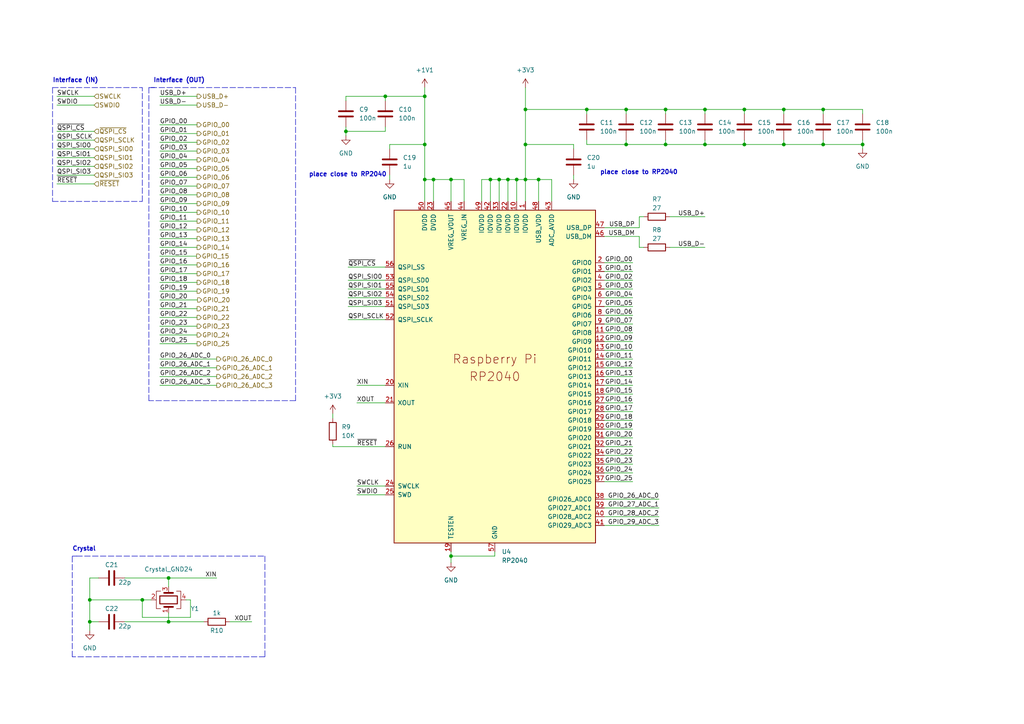
<source format=kicad_sch>
(kicad_sch (version 20211123) (generator eeschema)
  (paper "A4")
  (title_block (title "Pico Card") (date "2022-05-28") (rev "v1.0") (company "DIVA ENG"))
  (lib_symbols
    (symbol "Device:C" (pin_numbers hide) (pin_names (offset 0.254))
      (property "Reference" "C" (at 0.635 2.54 0))
      (property "Value" "C" (at 0.635 -2.54 0))
      (symbol "C_0_1"
        (polyline (pts (xy -2.032 -0.762) (xy 2.032 -0.762)) (stroke (width 0.508)))
        (polyline (pts (xy -2.032 0.762) (xy 2.032 0.762)) (stroke (width 0.508)))
      )
      (symbol "C_1_1"
        (pin passive line (at 0 3.81 270) (length 2.794) (name "~") (number "1"))
        (pin passive line (at 0 -3.81 90) (length 2.794) (name "~") (number "2"))
      )
    )
    (symbol "Device:Crystal_GND24" (pin_names (offset 1.016) hide)
      (property "Reference" "Y" (at 3.175 5.08 0))
      (property "Value" "Crystal_GND24" (at 3.175 3.175 0))
      (symbol "Crystal_GND24_0_1"
        (rectangle (start -1.143 2.54) (end 1.143 -2.54) (stroke (width 0.3048)))
        (polyline (pts (xy -2.54 0) (xy -2.032 0)))
        (polyline (pts (xy -2.032 -1.27) (xy -2.032 1.27)) (stroke (width 0.508)))
        (polyline (pts (xy 0 -3.81) (xy 0 -3.556)))
        (polyline (pts (xy 0 3.556) (xy 0 3.81)))
        (polyline (pts (xy 2.032 -1.27) (xy 2.032 1.27)) (stroke (width 0.508)))
        (polyline (pts (xy 2.032 0) (xy 2.54 0)))
        (polyline (pts (xy -2.54 -2.286) (xy -2.54 -3.556) (xy 2.54 -3.556) (xy 2.54 -2.286)))
        (polyline (pts (xy -2.54 2.286) (xy -2.54 3.556) (xy 2.54 3.556) (xy 2.54 2.286)))
      )
      (symbol "Crystal_GND24_1_1"
        (pin passive line (at -3.81 0 0) (length 1.27) (name "1") (number "1"))
        (pin passive line (at 0 5.08 270) (length 1.27) (name "2") (number "2"))
        (pin passive line (at 3.81 0 180) (length 1.27) (name "3") (number "3"))
        (pin passive line (at 0 -5.08 90) (length 1.27) (name "4") (number "4"))
      )
    )
    (symbol "Device:R" (pin_numbers hide) (pin_names (offset 0))
      (property "Reference" "R" (at 2.032 0 90))
      (property "Value" "R" (at 0 0 90))
      (symbol "R_0_1"
        (rectangle (start -1.016 -2.54) (end 1.016 2.54) (stroke (width 0.254)))
      )
      (symbol "R_1_1"
        (pin passive line (at 0 3.81 270) (length 1.27) (name "~") (number "1"))
        (pin passive line (at 0 -3.81 90) (length 1.27) (name "~") (number "2"))
      )
    )
    (symbol "Diva-Card:RP2040" (pin_names (offset 1.016))
      (property "Reference" "U" (at -29.21 49.53 0))
      (property "Value" "RP2040" (at 24.13 -49.53 0))
      (symbol "RP2040_0_0"
        (text "Raspberry Pi" (at 0 5.08 0) (effects (font (size 2.54 2.54))))
        (text "RP2040" (at 0 0 0) (effects (font (size 2.54 2.54))))
      )
      (symbol "RP2040_0_1"
        (rectangle (start 29.21 48.26) (end -29.21 -48.26) (stroke (width 0.254)) (fill (type background)))
      )
      (symbol "RP2040_1_1"
        (pin power_in line (at 8.89 50.8 270) (length 2.54) (name "IOVDD") (number "1"))
        (pin power_in line (at 6.35 50.8 270) (length 2.54) (name "IOVDD") (number "10"))
        (pin bidirectional line (at 31.75 12.7 180) (length 2.54) (name "GPIO8") (number "11"))
        (pin bidirectional line (at 31.75 10.16 180) (length 2.54) (name "GPIO9") (number "12"))
        (pin bidirectional line (at 31.75 7.62 180) (length 2.54) (name "GPIO10") (number "13"))
        (pin bidirectional line (at 31.75 5.08 180) (length 2.54) (name "GPIO11") (number "14"))
        (pin bidirectional line (at 31.75 2.54 180) (length 2.54) (name "GPIO12") (number "15"))
        (pin bidirectional line (at 31.75 0 180) (length 2.54) (name "GPIO13") (number "16"))
        (pin bidirectional line (at 31.75 -2.54 180) (length 2.54) (name "GPIO14") (number "17"))
        (pin bidirectional line (at 31.75 -5.08 180) (length 2.54) (name "GPIO15") (number "18"))
        (pin passive line (at -12.7 -50.8 90) (length 2.54) (name "TESTEN") (number "19"))
        (pin bidirectional line (at 31.75 33.02 180) (length 2.54) (name "GPIO0") (number "2"))
        (pin input line (at -31.75 -2.54 0) (length 2.54) (name "XIN") (number "20"))
        (pin passive line (at -31.75 -7.62 0) (length 2.54) (name "XOUT") (number "21"))
        (pin power_in line (at 3.81 50.8 270) (length 2.54) (name "IOVDD") (number "22"))
        (pin power_in line (at -17.78 50.8 270) (length 2.54) (name "DVDD") (number "23"))
        (pin output line (at -31.75 -31.75 0) (length 2.54) (name "SWCLK") (number "24"))
        (pin bidirectional line (at -31.75 -34.29 0) (length 2.54) (name "SWD") (number "25"))
        (pin input line (at -31.75 -20.32 0) (length 2.54) (name "RUN") (number "26"))
        (pin bidirectional line (at 31.75 -7.62 180) (length 2.54) (name "GPIO16") (number "27"))
        (pin bidirectional line (at 31.75 -10.16 180) (length 2.54) (name "GPIO17") (number "28"))
        (pin bidirectional line (at 31.75 -12.7 180) (length 2.54) (name "GPIO18") (number "29"))
        (pin bidirectional line (at 31.75 30.48 180) (length 2.54) (name "GPIO1") (number "3"))
        (pin bidirectional line (at 31.75 -15.24 180) (length 2.54) (name "GPIO19") (number "30"))
        (pin bidirectional line (at 31.75 -17.78 180) (length 2.54) (name "GPIO20") (number "31"))
        (pin bidirectional line (at 31.75 -20.32 180) (length 2.54) (name "GPIO21") (number "32"))
        (pin power_in line (at 1.27 50.8 270) (length 2.54) (name "IOVDD") (number "33"))
        (pin bidirectional line (at 31.75 -22.86 180) (length 2.54) (name "GPIO22") (number "34"))
        (pin bidirectional line (at 31.75 -25.4 180) (length 2.54) (name "GPIO23") (number "35"))
        (pin bidirectional line (at 31.75 -27.94 180) (length 2.54) (name "GPIO24") (number "36"))
        (pin bidirectional line (at 31.75 -30.48 180) (length 2.54) (name "GPIO25") (number "37"))
        (pin bidirectional line (at 31.75 -35.56 180) (length 2.54) (name "GPIO26_ADC0") (number "38"))
        (pin bidirectional line (at 31.75 -38.1 180) (length 2.54) (name "GPIO27_ADC1") (number "39"))
        (pin bidirectional line (at 31.75 27.94 180) (length 2.54) (name "GPIO2") (number "4"))
        (pin bidirectional line (at 31.75 -40.64 180) (length 2.54) (name "GPIO28_ADC2") (number "40"))
        (pin bidirectional line (at 31.75 -43.18 180) (length 2.54) (name "GPIO29_ADC3") (number "41"))
        (pin power_in line (at -1.27 50.8 270) (length 2.54) (name "IOVDD") (number "42"))
        (pin power_in line (at 16.51 50.8 270) (length 2.54) (name "ADC_AVDD") (number "43"))
        (pin power_in line (at -8.89 50.8 270) (length 2.54) (name "VREG_IN") (number "44"))
        (pin power_out line (at -12.7 50.8 270) (length 2.54) (name "VREG_VOUT") (number "45"))
        (pin bidirectional line (at 31.75 40.64 180) (length 2.54) (name "USB_DM") (number "46"))
        (pin bidirectional line (at 31.75 43.18 180) (length 2.54) (name "USB_DP") (number "47"))
        (pin power_in line (at 12.7 50.8 270) (length 2.54) (name "USB_VDD") (number "48"))
        (pin power_in line (at -3.81 50.8 270) (length 2.54) (name "IOVDD") (number "49"))
        (pin bidirectional line (at 31.75 25.4 180) (length 2.54) (name "GPIO3") (number "5"))
        (pin power_in line (at -20.32 50.8 270) (length 2.54) (name "DVDD") (number "50"))
        (pin bidirectional line (at -31.75 20.32 0) (length 2.54) (name "QSPI_SD3") (number "51"))
        (pin output line (at -31.75 16.51 0) (length 2.54) (name "QSPI_SCLK") (number "52"))
        (pin bidirectional line (at -31.75 27.94 0) (length 2.54) (name "QSPI_SD0") (number "53"))
        (pin bidirectional line (at -31.75 22.86 0) (length 2.54) (name "QSPI_SD2") (number "54"))
        (pin bidirectional line (at -31.75 25.4 0) (length 2.54) (name "QSPI_SD1") (number "55"))
        (pin bidirectional line (at -31.75 31.75 0) (length 2.54) (name "QSPI_SS") (number "56"))
        (pin power_in line (at 0 -50.8 90) (length 2.54) (name "GND") (number "57"))
        (pin bidirectional line (at 31.75 22.86 180) (length 2.54) (name "GPIO4") (number "6"))
        (pin bidirectional line (at 31.75 20.32 180) (length 2.54) (name "GPIO5") (number "7"))
        (pin bidirectional line (at 31.75 17.78 180) (length 2.54) (name "GPIO6") (number "8"))
        (pin bidirectional line (at 31.75 15.24 180) (length 2.54) (name "GPIO7") (number "9"))
      )
    )
    (symbol "power:+1V1" (power) (pin_names (offset 0))
      (property "Value" "+1V1" (at 0 3.556 0))
      (symbol "+1V1_0_1"
        (polyline (pts (xy -0.762 1.27) (xy 0 2.54)))
        (polyline (pts (xy 0 0) (xy 0 2.54)))
        (polyline (pts (xy 0 2.54) (xy 0.762 1.27)))
      )
      (symbol "+1V1_1_1"
        (pin power_in line (at 0 0 90) (length 0) hide (name "+1V1") (number "1"))
      )
    )
    (symbol "power:+3.3V" (power) (pin_names (offset 0))
      (property "Value" "+3.3V" (at 0 3.556 0))
      (symbol "+3.3V_0_1"
        (polyline (pts (xy -0.762 1.27) (xy 0 2.54)))
        (polyline (pts (xy 0 0) (xy 0 2.54)))
        (polyline (pts (xy 0 2.54) (xy 0.762 1.27)))
      )
      (symbol "+3.3V_1_1"
        (pin power_in line (at 0 0 90) (length 0) hide (name "+3V3") (number "1"))
      )
    )
    (symbol "power:GND" (power) (pin_names (offset 0))
      (property "Value" "GND" (at 0 -3.81 0))
      (symbol "GND_0_1"
        (polyline (pts (xy 0 0) (xy 0 -1.27) (xy 1.27 -1.27) (xy 0 -2.54) (xy -1.27 -1.27) (xy 0 -1.27)))
      )
      (symbol "GND_1_1"
        (pin power_in line (at 0 0 270) (length 0) hide (name "GND") (number "1"))
      )
    )
  )
  (junction (at 227.33 31.75))
  (junction (at 41.275 173.99))
  (junction (at 204.47 41.91))
  (junction (at 250.19 41.91))
  (junction (at 123.19 41.91))
  (junction (at 149.86 52.07))
  (junction (at 100.33 38.1))
  (junction (at 48.895 167.64))
  (junction (at 123.19 52.07))
  (junction (at 26.035 173.99))
  (junction (at 147.32 52.07))
  (junction (at 125.73 52.07))
  (junction (at 215.9 31.75))
  (junction (at 152.4 41.91))
  (junction (at 238.76 31.75))
  (junction (at 181.61 31.75))
  (junction (at 227.33 41.91))
  (junction (at 238.76 41.91))
  (junction (at 152.4 52.07))
  (junction (at 215.9 41.91))
  (junction (at 142.24 52.07))
  (junction (at 26.035 180.34))
  (junction (at 144.78 52.07))
  (junction (at 204.47 31.75))
  (junction (at 152.4 31.75))
  (junction (at 170.18 31.75))
  (junction (at 48.895 180.34))
  (junction (at 111.76 27.94))
  (junction (at 156.21 52.07))
  (junction (at 130.81 161.29))
  (junction (at 181.61 41.91))
  (junction (at 123.19 27.94))
  (junction (at 193.04 41.91))
  (junction (at 193.04 31.75))
  (junction (at 130.81 52.07))
  (wire (pts (xy 46.355 109.22) (xy 62.865 109.22)))
  (wire (pts (xy 111.76 83.82) (xy 100.965 83.82)))
  (wire (pts (xy 100.33 27.94) (xy 111.76 27.94)))
  (wire (pts (xy 27.305 43.18) (xy 16.51 43.18)))
  (wire (pts (xy 250.19 41.91) (xy 238.76 41.91)))
  (wire (pts (xy 183.515 83.82) (xy 175.26 83.82)))
  (wire (pts (xy 238.76 31.75) (xy 238.76 33.02)))
  (wire (pts (xy 227.33 40.64) (xy 227.33 41.91)))
  (wire (pts (xy 57.15 56.515) (xy 46.355 56.515)))
  (wire (pts (xy 250.19 33.02) (xy 250.19 31.75)))
  (wire (pts (xy 16.51 30.48) (xy 27.305 30.48)))
  (wire (pts (xy 123.19 41.91) (xy 123.19 52.07)))
  (wire (pts (xy 113.03 41.91) (xy 123.19 41.91)))
  (wire (pts (xy 27.305 40.64) (xy 16.51 40.64)))
  (wire (pts (xy 123.19 27.94) (xy 123.19 25.4)))
  (wire (pts (xy 134.62 52.07) (xy 134.62 58.42)))
  (wire (pts (xy 191.135 147.32) (xy 175.26 147.32)))
  (wire (pts (xy 152.4 31.75) (xy 170.18 31.75)))
  (wire (pts (xy 183.515 76.2) (xy 175.26 76.2)))
  (wire (pts (xy 183.515 109.22) (xy 175.26 109.22)))
  (wire (pts (xy 96.52 129.54) (xy 111.76 129.54)))
  (wire (pts (xy 36.195 167.64) (xy 48.895 167.64)))
  (polyline (pts (xy 22.225 161.29) (xy 76.835 161.29)))
  (wire (pts (xy 181.61 31.75) (xy 181.61 33.02)))
  (wire (pts (xy 215.9 40.64) (xy 215.9 41.91)))
  (wire (pts (xy 46.355 104.14) (xy 62.865 104.14)))
  (wire (pts (xy 183.515 91.44) (xy 175.26 91.44)))
  (wire (pts (xy 111.76 140.97) (xy 103.505 140.97)))
  (wire (pts (xy 183.515 124.46) (xy 175.26 124.46)))
  (wire (pts (xy 130.81 52.07) (xy 134.62 52.07)))
  (wire (pts (xy 57.15 89.535) (xy 46.355 89.535)))
  (wire (pts (xy 103.505 111.76) (xy 111.76 111.76)))
  (wire (pts (xy 36.195 180.34) (xy 48.895 180.34)))
  (wire (pts (xy 46.355 106.68) (xy 62.865 106.68)))
  (wire (pts (xy 238.76 31.75) (xy 250.19 31.75)))
  (wire (pts (xy 170.18 31.75) (xy 181.61 31.75)))
  (wire (pts (xy 215.9 31.75) (xy 227.33 31.75)))
  (wire (pts (xy 26.035 180.34) (xy 28.575 180.34)))
  (wire (pts (xy 57.15 64.135) (xy 46.355 64.135)))
  (wire (pts (xy 57.15 27.94) (xy 46.355 27.94)))
  (wire (pts (xy 183.515 96.52) (xy 175.26 96.52)))
  (wire (pts (xy 191.135 152.4) (xy 175.26 152.4)))
  (wire (pts (xy 215.9 31.75) (xy 215.9 33.02)))
  (wire (pts (xy 238.76 40.64) (xy 238.76 41.91)))
  (wire (pts (xy 204.47 31.75) (xy 215.9 31.75)))
  (wire (pts (xy 96.52 128.905) (xy 96.52 129.54)))
  (wire (pts (xy 183.515 86.36) (xy 175.26 86.36)))
  (wire (pts (xy 48.895 167.64) (xy 62.865 167.64)))
  (wire (pts (xy 142.24 52.07) (xy 142.24 58.42)))
  (wire (pts (xy 96.52 120.015) (xy 96.52 121.285)))
  (wire (pts (xy 183.515 88.9) (xy 175.26 88.9)))
  (wire (pts (xy 125.73 52.07) (xy 130.81 52.07)))
  (wire (pts (xy 111.76 81.28) (xy 100.965 81.28)))
  (wire (pts (xy 111.76 27.94) (xy 111.76 29.21)))
  (wire (pts (xy 57.15 79.375) (xy 46.355 79.375)))
  (wire (pts (xy 57.15 46.355) (xy 46.355 46.355)))
  (wire (pts (xy 183.515 81.28) (xy 175.26 81.28)))
  (wire (pts (xy 204.47 40.64) (xy 204.47 41.91)))
  (wire (pts (xy 183.515 137.16) (xy 175.26 137.16)))
  (wire (pts (xy 181.61 41.91) (xy 170.18 41.91)))
  (wire (pts (xy 111.76 36.83) (xy 111.76 38.1)))
  (wire (pts (xy 183.515 111.76) (xy 175.26 111.76)))
  (wire (pts (xy 41.275 173.99) (xy 41.275 179.07)))
  (wire (pts (xy 160.02 58.42) (xy 160.02 52.07)))
  (wire (pts (xy 113.03 50.8) (xy 113.03 52.07)))
  (wire (pts (xy 57.15 30.48) (xy 46.355 30.48)))
  (wire (pts (xy 111.76 27.94) (xy 123.19 27.94)))
  (wire (pts (xy 57.15 51.435) (xy 46.355 51.435)))
  (wire (pts (xy 139.7 58.42) (xy 139.7 52.07)))
  (wire (pts (xy 183.515 93.98) (xy 175.26 93.98)))
  (wire (pts (xy 66.675 180.34) (xy 73.025 180.34)))
  (wire (pts (xy 26.035 180.34) (xy 26.035 182.88)))
  (wire (pts (xy 185.42 66.04) (xy 185.42 62.865)))
  (wire (pts (xy 48.895 167.64) (xy 48.895 170.18)))
  (wire (pts (xy 227.33 31.75) (xy 227.33 33.02)))
  (wire (pts (xy 183.515 99.06) (xy 175.26 99.06)))
  (wire (pts (xy 100.33 38.1) (xy 100.33 39.37)))
  (wire (pts (xy 170.18 41.91) (xy 170.18 40.64)))
  (wire (pts (xy 26.035 173.99) (xy 26.035 180.34)))
  (wire (pts (xy 204.47 31.75) (xy 204.47 33.02)))
  (polyline (pts (xy 15.24 25.4) (xy 41.275 25.4)))
  (wire (pts (xy 48.895 180.34) (xy 59.055 180.34)))
  (polyline (pts (xy 41.275 58.42) (xy 41.275 25.4)))
  (wire (pts (xy 57.15 76.835) (xy 46.355 76.835)))
  (wire (pts (xy 57.15 48.895) (xy 46.355 48.895)))
  (wire (pts (xy 160.02 52.07) (xy 156.21 52.07)))
  (wire (pts (xy 170.18 33.02) (xy 170.18 31.75)))
  (wire (pts (xy 152.4 52.07) (xy 152.4 58.42)))
  (wire (pts (xy 46.355 66.675) (xy 57.15 66.675)))
  (polyline (pts (xy 43.18 116.205) (xy 43.18 25.4)))
  (wire (pts (xy 152.4 31.75) (xy 152.4 25.4)))
  (wire (pts (xy 227.33 31.75) (xy 238.76 31.75)))
  (wire (pts (xy 130.81 161.29) (xy 130.81 163.195)))
  (wire (pts (xy 183.515 106.68) (xy 175.26 106.68)))
  (wire (pts (xy 27.305 38.1) (xy 16.51 38.1)))
  (wire (pts (xy 100.33 29.21) (xy 100.33 27.94)))
  (wire (pts (xy 183.515 116.84) (xy 175.26 116.84)))
  (wire (pts (xy 175.26 68.58) (xy 185.42 68.58)))
  (wire (pts (xy 125.73 52.07) (xy 125.73 58.42)))
  (wire (pts (xy 57.15 36.195) (xy 46.355 36.195)))
  (wire (pts (xy 183.515 104.14) (xy 175.26 104.14)))
  (wire (pts (xy 185.42 71.755) (xy 186.69 71.755)))
  (wire (pts (xy 183.515 78.74) (xy 175.26 78.74)))
  (wire (pts (xy 143.51 161.29) (xy 130.81 161.29)))
  (polyline (pts (xy 43.18 25.4) (xy 45.085 25.4)))
  (wire (pts (xy 183.515 134.62) (xy 175.26 134.62)))
  (wire (pts (xy 191.135 144.78) (xy 175.26 144.78)))
  (wire (pts (xy 57.15 69.215) (xy 46.355 69.215)))
  (wire (pts (xy 152.4 52.07) (xy 152.4 41.91)))
  (wire (pts (xy 238.76 41.91) (xy 227.33 41.91)))
  (wire (pts (xy 181.61 31.75) (xy 193.04 31.75)))
  (wire (pts (xy 100.33 36.83) (xy 100.33 38.1)))
  (wire (pts (xy 193.04 40.64) (xy 193.04 41.91)))
  (wire (pts (xy 57.15 43.815) (xy 46.355 43.815)))
  (wire (pts (xy 41.275 173.99) (xy 43.815 173.99)))
  (wire (pts (xy 27.305 48.26) (xy 16.51 48.26)))
  (wire (pts (xy 16.51 53.34) (xy 27.305 53.34)))
  (wire (pts (xy 183.515 127) (xy 175.26 127)))
  (wire (pts (xy 130.81 58.42) (xy 130.81 52.07)))
  (wire (pts (xy 111.76 143.51) (xy 103.505 143.51)))
  (wire (pts (xy 111.76 38.1) (xy 100.33 38.1)))
  (wire (pts (xy 57.15 61.595) (xy 46.355 61.595)))
  (wire (pts (xy 57.15 94.615) (xy 46.355 94.615)))
  (wire (pts (xy 103.505 116.84) (xy 111.76 116.84)))
  (wire (pts (xy 175.26 66.04) (xy 185.42 66.04)))
  (wire (pts (xy 28.575 167.64) (xy 26.035 167.64)))
  (wire (pts (xy 142.24 52.07) (xy 144.78 52.07)))
  (wire (pts (xy 143.51 160.02) (xy 143.51 161.29)))
  (wire (pts (xy 183.515 119.38) (xy 175.26 119.38)))
  (wire (pts (xy 204.47 41.91) (xy 193.04 41.91)))
  (wire (pts (xy 191.135 149.86) (xy 175.26 149.86)))
  (polyline (pts (xy 43.815 25.4) (xy 85.725 25.4)))
  (polyline (pts (xy 15.24 25.4) (xy 15.24 58.42)))
  (wire (pts (xy 149.86 52.07) (xy 149.86 58.42)))
  (polyline (pts (xy 85.725 25.4) (xy 85.725 116.205)))
  (wire (pts (xy 46.355 86.995) (xy 57.277 86.995)))
  (wire (pts (xy 193.04 31.75) (xy 204.47 31.75)))
  (wire (pts (xy 57.15 81.915) (xy 46.355 81.915)))
  (wire (pts (xy 139.7 52.07) (xy 142.24 52.07)))
  (wire (pts (xy 16.51 27.94) (xy 27.305 27.94)))
  (polyline (pts (xy 76.835 161.29) (xy 76.835 190.5)))
  (wire (pts (xy 149.86 52.07) (xy 152.4 52.07)))
  (wire (pts (xy 57.15 92.075) (xy 46.355 92.075)))
  (wire (pts (xy 57.15 97.155) (xy 46.355 97.155)))
  (wire (pts (xy 57.15 84.455) (xy 46.355 84.455)))
  (wire (pts (xy 183.515 101.6) (xy 175.26 101.6)))
  (wire (pts (xy 183.515 114.3) (xy 175.26 114.3)))
  (wire (pts (xy 227.33 41.91) (xy 215.9 41.91)))
  (wire (pts (xy 194.31 62.865) (xy 204.47 62.865)))
  (wire (pts (xy 27.305 45.72) (xy 16.51 45.72)))
  (wire (pts (xy 27.305 50.8) (xy 16.51 50.8)))
  (wire (pts (xy 183.515 139.7) (xy 175.26 139.7)))
  (wire (pts (xy 193.04 31.75) (xy 193.04 33.02)))
  (wire (pts (xy 26.035 167.64) (xy 26.035 173.99)))
  (wire (pts (xy 147.32 52.07) (xy 149.86 52.07)))
  (wire (pts (xy 55.245 173.99) (xy 55.245 179.07)))
  (polyline (pts (xy 20.955 190.5) (xy 20.955 161.29)))
  (wire (pts (xy 166.37 41.91) (xy 152.4 41.91)))
  (wire (pts (xy 123.19 27.94) (xy 123.19 41.91)))
  (polyline (pts (xy 76.835 190.5) (xy 20.955 190.5)))
  (wire (pts (xy 185.42 62.865) (xy 186.69 62.865)))
  (wire (pts (xy 250.19 41.91) (xy 250.19 43.18)))
  (wire (pts (xy 111.76 77.47) (xy 100.965 77.47)))
  (wire (pts (xy 123.19 52.07) (xy 123.19 58.42)))
  (wire (pts (xy 57.15 59.055) (xy 46.355 59.055)))
  (polyline (pts (xy 15.24 58.42) (xy 41.275 58.42)))
  (wire (pts (xy 48.895 177.8) (xy 48.895 180.34)))
  (wire (pts (xy 183.515 121.92) (xy 175.26 121.92)))
  (wire (pts (xy 46.355 99.695) (xy 57.15 99.695)))
  (wire (pts (xy 183.515 132.08) (xy 175.26 132.08)))
  (wire (pts (xy 181.61 40.64) (xy 181.61 41.91)))
  (wire (pts (xy 113.03 43.18) (xy 113.03 41.91)))
  (wire (pts (xy 130.81 160.02) (xy 130.81 161.29)))
  (wire (pts (xy 55.245 179.07) (xy 41.275 179.07)))
  (wire (pts (xy 183.515 129.54) (xy 175.26 129.54)))
  (wire (pts (xy 166.37 50.8) (xy 166.37 52.07)))
  (wire (pts (xy 123.19 52.07) (xy 125.73 52.07)))
  (wire (pts (xy 215.9 41.91) (xy 204.47 41.91)))
  (wire (pts (xy 193.04 41.91) (xy 181.61 41.91)))
  (wire (pts (xy 144.78 52.07) (xy 147.32 52.07)))
  (wire (pts (xy 57.15 71.755) (xy 46.355 71.755)))
  (wire (pts (xy 55.245 173.99) (xy 53.975 173.99)))
  (wire (pts (xy 166.37 41.91) (xy 166.37 43.18)))
  (wire (pts (xy 111.76 92.71) (xy 100.965 92.71)))
  (wire (pts (xy 144.78 52.07) (xy 144.78 58.42)))
  (wire (pts (xy 185.42 68.58) (xy 185.42 71.755)))
  (wire (pts (xy 250.19 40.64) (xy 250.19 41.91)))
  (wire (pts (xy 152.4 31.75) (xy 152.4 41.91)))
  (wire (pts (xy 111.76 88.9) (xy 100.965 88.9)))
  (wire (pts (xy 26.035 173.99) (xy 41.275 173.99)))
  (wire (pts (xy 57.15 41.275) (xy 46.355 41.275)))
  (wire (pts (xy 147.32 52.07) (xy 147.32 58.42)))
  (wire (pts (xy 46.355 74.295) (xy 57.023 74.295)))
  (polyline (pts (xy 85.725 116.205) (xy 43.18 116.205)))
  (polyline (pts (xy 20.955 161.29) (xy 22.225 161.29)))
  (wire (pts (xy 46.355 111.76) (xy 62.865 111.76)))
  (wire (pts (xy 111.76 86.36) (xy 100.965 86.36)))
  (wire (pts (xy 57.15 38.735) (xy 46.355 38.735)))
  (wire (pts (xy 57.15 53.975) (xy 46.355 53.975)))
  (wire (pts (xy 156.21 58.42) (xy 156.21 52.07)))
  (wire (pts (xy 156.21 52.07) (xy 152.4 52.07)))
  (wire (pts (xy 194.31 71.755) (xy 204.47 71.755)))
  (text "Interface (OUT)" (at 44.45 24.13 0) (effects (font (size 1.27 1.27) (thickness 0.254) bold) (justify left bottom)))
  (text "place close to RP2040" (at 89.535 51.435 0) (effects (font (size 1.27 1.27) bold) (justify left bottom)))
  (text "place close to RP2040" (at 173.99 50.8 0) (effects (font (size 1.27 1.27) bold) (justify left bottom)))
  (text "Crystal" (at 20.955 160.02 0) (effects (font (size 1.27 1.27) bold) (justify left bottom)))
  (text "Interface (IN)" (at 15.24 24.13 0) (effects (font (size 1.27 1.27) (thickness 0.254) bold) (justify left bottom)))
  (label "GPIO_16" (at 46.355 76.835 0))
  (label "GPIO_04" (at 46.355 46.355 0))
  (label "GPIO_09" (at 183.515 99.06 180))
  (label "GPIO_26_ADC_3" (at 46.355 111.76 0))
  (label "GPIO_23" (at 183.515 134.62 180))
  (label "QSPI_SIO1" (at 100.965 83.82 0))
  (label "GPIO_28_ADC_2" (at 191.135 149.86 180))
  (label "QSPI_SIO1" (at 16.51 45.72 0))
  (label "GPIO_24" (at 46.355 97.155 0))
  (label "GPIO_10" (at 183.515 101.6 180))
  (label "USB_DM" (at 184.15 68.58 180))
  (label "GPIO_00" (at 46.355 36.195 0))
  (label "XOUT" (at 103.505 116.84 0))
  (label "GPIO_09" (at 46.355 59.055 0))
  (label "GPIO_05" (at 183.515 88.9 180))
  (label "GPIO_03" (at 183.515 83.82 180))
  (label "GPIO_11" (at 183.515 104.14 180))
  (label "SWDIO" (at 103.505 143.51 0))
  (label "GPIO_25" (at 46.355 99.695 0))
  (label "GPIO_10" (at 46.355 61.595 0))
  (label "GPIO_17" (at 183.515 119.38 180))
  (label "GPIO_12" (at 183.515 106.68 180))
  (label "GPIO_22" (at 183.515 132.08 180))
  (label "GPIO_01" (at 46.355 38.735 0))
  (label "XIN" (at 62.865 167.64 180))
  (label "XOUT" (at 73.025 180.34 180))
  (label "QSPI_SCLK" (at 16.51 40.64 0))
  (label "GPIO_06" (at 183.515 91.44 180))
  (label "GPIO_11" (at 46.355 64.135 0))
  (label "GPIO_26_ADC_1" (at 46.355 106.68 0))
  (label "GPIO_13" (at 183.515 109.22 180))
  (label "GPIO_26_ADC_0" (at 46.355 104.14 0))
  (label "GPIO_14" (at 46.355 71.755 0))
  (label "GPIO_26_ADC_2" (at 46.355 109.22 0))
  (label "GPIO_17" (at 46.355 79.375 0))
  (label "GPIO_29_ADC_3" (at 191.135 152.4 180))
  (label "QSPI_SIO0" (at 16.51 43.18 0))
  (label "GPIO_07" (at 183.515 93.98 180))
  (label "GPIO_21" (at 46.355 89.535 0))
  (label "~{RESET}" (at 16.51 53.34 0))
  (label "GPIO_21" (at 183.515 129.54 180))
  (label "GPIO_02" (at 183.515 81.28 180))
  (label "SWDIO" (at 16.51 30.48 0))
  (label "GPIO_18" (at 46.355 81.915 0))
  (label "GPIO_26_ADC_0" (at 191.135 144.78 180))
  (label "GPIO_00" (at 183.515 76.2 180))
  (label "GPIO_13" (at 46.355 69.215 0))
  (label "~{QSPI_CS}" (at 100.965 77.47 0))
  (label "GPIO_02" (at 46.355 41.275 0))
  (label "GPIO_07" (at 46.355 53.975 0))
  (label "GPIO_22" (at 46.355 92.075 0))
  (label "GPIO_06" (at 46.355 51.435 0))
  (label "GPIO_25" (at 183.515 139.7 180))
  (label "GPIO_14" (at 183.515 111.76 180))
  (label "GPIO_04" (at 183.515 86.36 180))
  (label "GPIO_20" (at 46.355 86.995 0))
  (label "GPIO_19" (at 46.355 84.455 0))
  (label "~{RESET}" (at 103.505 129.54 0))
  (label "GPIO_24" (at 183.515 137.16 180))
  (label "QSPI_SIO2" (at 16.51 48.26 0))
  (label "~{QSPI_CS}" (at 16.51 38.1 0))
  (label "USB_D+" (at 46.355 27.94 0))
  (label "USB_DP" (at 184.15 66.04 180))
  (label "GPIO_18" (at 183.515 121.92 180))
  (label "QSPI_SIO3" (at 100.965 88.9 0))
  (label "XIN" (at 103.505 111.76 0))
  (label "SWCLK" (at 16.51 27.94 0))
  (label "QSPI_SIO3" (at 16.51 50.8 0))
  (label "QSPI_SCLK" (at 100.965 92.71 0))
  (label "GPIO_20" (at 183.515 127 180))
  (label "GPIO_15" (at 46.355 74.295 0))
  (label "USB_D-" (at 46.355 30.48 0))
  (label "GPIO_03" (at 46.355 43.815 0))
  (label "GPIO_16" (at 183.515 116.84 180))
  (label "GPIO_08" (at 183.515 96.52 180))
  (label "SWCLK" (at 103.505 140.97 0))
  (label "GPIO_15" (at 183.515 114.3 180))
  (label "USB_D+" (at 204.47 62.865 180))
  (label "QSPI_SIO2" (at 100.965 86.36 0))
  (label "GPIO_12" (at 46.355 66.675 0))
  (label "GPIO_01" (at 183.515 78.74 180))
  (label "GPIO_08" (at 46.355 56.515 0))
  (label "GPIO_05" (at 46.355 48.895 0))
  (label "QSPI_SIO0" (at 100.965 81.28 0))
  (label "GPIO_23" (at 46.355 94.615 0))
  (label "GPIO_19" (at 183.515 124.46 180))
  (label "GPIO_27_ADC_1" (at 191.135 147.32 180))
  (label "USB_D-" (at 204.47 71.755 180))
  (hierarchical_label "GPIO_02" (shape output) (at 57.15 41.275 0))
  (hierarchical_label "USB_D+" (shape output) (at 57.15 27.94 0))
  (hierarchical_label "GPIO_04" (shape output) (at 57.15 46.355 0))
  (hierarchical_label "GPIO_17" (shape output) (at 57.15 79.375 0))
  (hierarchical_label "GPIO_22" (shape output) (at 57.15 92.075 0))
  (hierarchical_label "GPIO_00" (shape output) (at 57.15 36.195 0))
  (hierarchical_label "GPIO_14" (shape output) (at 57.15 71.755 0))
  (hierarchical_label "GPIO_19" (shape output) (at 57.15 84.455 0))
  (hierarchical_label "QSPI_SCLK" (shape input) (at 27.305 40.64 0))
  (hierarchical_label "GPIO_13" (shape output) (at 57.15 69.215 0))
  (hierarchical_label "GPIO_24" (shape output) (at 57.15 97.155 0))
  (hierarchical_label "SWDIO" (shape input) (at 27.305 30.48 0))
  (hierarchical_label "GPIO_03" (shape output) (at 57.15 43.815 0))
  (hierarchical_label "GPIO_07" (shape output) (at 57.15 53.975 0))
  (hierarchical_label "GPIO_23" (shape output) (at 57.15 94.615 0))
  (hierarchical_label "GPIO_16" (shape output) (at 57.15 76.835 0))
  (hierarchical_label "GPIO_15" (shape output) (at 57.023 74.295 0))
  (hierarchical_label "GPIO_01" (shape output) (at 57.15 38.735 0))
  (hierarchical_label "GPIO_06" (shape output) (at 57.15 51.435 0))
  (hierarchical_label "USB_D-" (shape output) (at 57.15 30.48 0))
  (hierarchical_label "GPIO_21" (shape output) (at 57.15 89.535 0))
  (hierarchical_label "GPIO_10" (shape output) (at 57.15 61.595 0))
  (hierarchical_label "GPIO_18" (shape output) (at 57.15 81.915 0))
  (hierarchical_label "~{QSPI_CS}" (shape input) (at 27.305 38.1 0))
  (hierarchical_label "QSPI_SIO1" (shape input) (at 27.305 45.72 0))
  (hierarchical_label "GPIO_26_ADC_0" (shape output) (at 62.865 104.14 0))
  (hierarchical_label "~{RESET}" (shape input) (at 27.305 53.34 0))
  (hierarchical_label "SWCLK" (shape input) (at 27.305 27.94 0))
  (hierarchical_label "GPIO_09" (shape output) (at 57.15 59.055 0))
  (hierarchical_label "QSPI_SIO2" (shape input) (at 27.305 48.26 0))
  (hierarchical_label "GPIO_08" (shape output) (at 57.15 56.515 0))
  (hierarchical_label "GPIO_12" (shape output) (at 57.15 66.675 0))
  (hierarchical_label "GPIO_25" (shape output) (at 57.15 99.695 0))
  (hierarchical_label "GPIO_26_ADC_2" (shape output) (at 62.865 109.22 0))
  (hierarchical_label "QSPI_SIO0" (shape input) (at 27.305 43.18 0))
  (hierarchical_label "GPIO_11" (shape output) (at 57.15 64.135 0))
  (hierarchical_label "GPIO_20" (shape output) (at 57.277 86.995 0))
  (hierarchical_label "GPIO_05" (shape output) (at 57.15 48.895 0))
  (hierarchical_label "GPIO_26_ADC_1" (shape output) (at 62.865 106.68 0))
  (hierarchical_label "QSPI_SIO3" (shape input) (at 27.305 50.8 0))
  (hierarchical_label "GPIO_26_ADC_3" (shape output) (at 62.865 111.76 0))
  (symbol (lib_id "power:GND") (at 113.03 52.07 0) (unit 1)
    (property "Reference" "#PWR071" (effects hide))
    (property "Value" "GND" (at 113.03 57.15 0))
  )
  (symbol (lib_id "Device:C") (at 227.33 36.83 0) (unit 1)
    (property "Reference" "C16" (at 231.14 35.5599 0) (effects (justify left)))
    (property "Value" "100n" (at 231.14 38.0999 0) (effects (justify left)))
    (property "Footprint" "Capacitor_SMD:C_0402_1005Metric" (effects hide))
  )
  (symbol (lib_id "Device:C") (at 166.37 46.99 0) (unit 1)
    (property "Reference" "C20" (at 170.18 45.7199 0) (effects (justify left)))
    (property "Value" "1u" (at 170.18 48.2599 0) (effects (justify left)))
    (property "Footprint" "Capacitor_SMD:C_0402_1005Metric" (effects hide))
  )
  (symbol (lib_id "Device:C") (at 238.76 36.83 0) (unit 1)
    (property "Reference" "C17" (at 242.57 35.5599 0) (effects (justify left)))
    (property "Value" "100n" (at 242.57 38.0999 0) (effects (justify left)))
    (property "Footprint" "Capacitor_SMD:C_0402_1005Metric" (effects hide))
  )
  (symbol (lib_id "power:+3.3V") (at 96.52 120.015 0) (mirror y) (unit 1)
    (property "Reference" "#PWR073" (effects hide))
    (property "Value" "+3.3V" (at 96.52 114.935 0))
  )
  (symbol (lib_id "Device:R") (at 96.52 125.095 0) (unit 1)
    (property "Reference" "R9" (at 99.06 123.8249 0) (effects (justify left)))
    (property "Value" "10K" (at 99.06 126.3649 0) (effects (justify left)))
    (property "Footprint" "Resistor_SMD:R_0402_1005Metric" (effects hide))
  )
  (symbol (lib_id "power:GND") (at 26.035 182.88 0) (unit 1)
    (property "Reference" "#PWR075" (effects hide))
    (property "Value" "GND" (at 26.035 187.96 0))
  )
  (symbol (lib_id "Device:R") (at 62.865 180.34 90) (unit 1)
    (property "Reference" "R10" (at 62.865 182.88 90))
    (property "Value" "1k" (at 62.865 177.8 90))
    (property "Footprint" "Resistor_SMD:R_0402_1005Metric" (effects hide))
  )
  (symbol (lib_id "power:GND") (at 250.19 43.18 0) (unit 1)
    (property "Reference" "#PWR070" (effects hide))
    (property "Value" "GND" (at 250.19 48.26 0))
  )
  (symbol (lib_id "Device:R") (at 190.5 71.755 90) (unit 1)
    (property "Reference" "R8" (at 190.5 66.675 90))
    (property "Value" "27" (at 190.5 69.215 90))
    (property "Footprint" "Resistor_SMD:R_0402_1005Metric" (effects hide))
  )
  (symbol (lib_id "Device:C") (at 113.03 46.99 0) (unit 1)
    (property "Reference" "C19" (at 116.84 45.7199 0) (effects (justify left)))
    (property "Value" "1u" (at 116.84 48.2599 0) (effects (justify left)))
    (property "Footprint" "Capacitor_SMD:C_0402_1005Metric" (effects hide))
  )
  (symbol (lib_id "Device:C") (at 250.19 36.83 0) (unit 1)
    (property "Reference" "C18" (at 254 35.5599 0) (effects (justify left)))
    (property "Value" "100n" (at 254 38.0999 0) (effects (justify left)))
    (property "Footprint" "Capacitor_SMD:C_0402_1005Metric" (effects hide))
  )
  (symbol (lib_id "power:+3.3V") (at 152.4 25.4 0) (mirror y) (unit 1)
    (property "Reference" "#PWR068" (effects hide))
    (property "Value" "+3.3V" (at 152.4 20.32 0))
  )
  (symbol (lib_id "Device:C") (at 215.9 36.83 0) (unit 1)
    (property "Reference" "C15" (at 219.71 35.5599 0) (effects (justify left)))
    (property "Value" "100n" (at 219.71 38.0999 0) (effects (justify left)))
    (property "Footprint" "Capacitor_SMD:C_0402_1005Metric" (effects hide))
  )
  (symbol (lib_id "Device:C") (at 100.33 33.02 0) (unit 1)
    (property "Reference" "C9" (at 104.14 31.7499 0) (effects (justify left)))
    (property "Value" "100n" (at 104.14 34.2899 0) (effects (justify left)))
    (property "Footprint" "Capacitor_SMD:C_0402_1005Metric" (effects hide))
  )
  (symbol (lib_id "power:GND") (at 100.33 39.37 0) (unit 1)
    (property "Reference" "#PWR069" (effects hide))
    (property "Value" "GND" (at 100.33 44.45 0))
  )
  (symbol (lib_id "Device:C") (at 193.04 36.83 0) (unit 1)
    (property "Reference" "C13" (at 196.85 35.5599 0) (effects (justify left)))
    (property "Value" "100n" (at 196.85 38.0999 0) (effects (justify left)))
    (property "Footprint" "Capacitor_SMD:C_0402_1005Metric" (effects hide))
  )
  (symbol (lib_id "Device:Crystal_GND24") (at 48.895 173.99 90) (unit 1)
    (property "Reference" "Y1" (at 56.515 176.53 90))
    (property "Value" "Crystal_GND24" (at 48.895 165.1 90))
    (property "Footprint" "Crystal:Crystal_SMD_3225-4Pin_3.2x2.5mm" (effects hide))
  )
  (symbol (lib_id "power:GND") (at 130.81 163.195 0) (unit 1)
    (property "Reference" "#PWR074" (effects hide))
    (property "Value" "GND" (at 130.81 168.275 0))
  )
  (symbol (lib_id "Device:R") (at 190.5 62.865 90) (unit 1)
    (property "Reference" "R7" (at 190.5 57.785 90))
    (property "Value" "27" (at 190.5 60.325 90))
    (property "Footprint" "Resistor_SMD:R_0402_1005Metric" (effects hide))
  )
  (symbol (lib_id "power:GND") (at 166.37 52.07 0) (unit 1)
    (property "Reference" "#PWR072" (effects hide))
    (property "Value" "GND" (at 166.37 57.15 0))
  )
  (symbol (lib_id "Device:C") (at 204.47 36.83 0) (unit 1)
    (property "Reference" "C14" (at 208.28 35.5599 0) (effects (justify left)))
    (property "Value" "100n" (at 208.28 38.0999 0) (effects (justify left)))
    (property "Footprint" "Capacitor_SMD:C_0402_1005Metric" (effects hide))
  )
  (symbol (lib_id "Device:C") (at 170.18 36.83 0) (unit 1)
    (property "Reference" "C11" (at 173.99 35.5599 0) (effects (justify left)))
    (property "Value" "100n" (at 173.99 38.0999 0) (effects (justify left)))
    (property "Footprint" "Capacitor_SMD:C_0402_1005Metric" (effects hide))
  )
  (symbol (lib_id "Diva-Card:RP2040") (at 143.51 109.22 0) (unit 1)
    (property "Reference" "U4" (at 145.5294 160.02 0) (effects (justify left)))
    (property "Value" "RP2040" (at 145.5294 162.56 0) (effects (justify left)))
    (property "Footprint" "Diva-Card:RP2040-QFN-56" (effects hide))
  )
  (symbol (lib_id "Device:C") (at 32.385 167.64 90) (unit 1)
    (property "Reference" "C21" (at 32.385 163.83 90))
    (property "Value" "22p" (at 36.195 168.91 90))
    (property "Footprint" "Capacitor_SMD:C_0402_1005Metric" (effects hide))
  )
  (symbol (lib_id "Device:C") (at 32.385 180.34 90) (unit 1)
    (property "Reference" "C22" (at 32.385 176.53 90))
    (property "Value" "22p" (at 36.195 181.61 90))
    (property "Footprint" "Capacitor_SMD:C_0402_1005Metric" (effects hide))
  )
  (symbol (lib_id "Device:C") (at 181.61 36.83 0) (unit 1)
    (property "Reference" "C12" (at 185.42 35.5599 0) (effects (justify left)))
    (property "Value" "100n" (at 185.42 38.0999 0) (effects (justify left)))
    (property "Footprint" "Capacitor_SMD:C_0402_1005Metric" (effects hide))
  )
  (symbol (lib_id "Device:C") (at 111.76 33.02 0) (unit 1)
    (property "Reference" "C10" (at 115.57 31.7499 0) (effects (justify left)))
    (property "Value" "100n" (at 115.57 34.2899 0) (effects (justify left)))
    (property "Footprint" "Capacitor_SMD:C_0402_1005Metric" (effects hide))
  )
  (symbol (lib_id "power:+1V1") (at 123.19 25.4 0) (unit 1)
    (property "Reference" "#PWR067" (effects hide))
    (property "Value" "+1V1" (at 123.19 20.32 0))
  )
)
</source>
